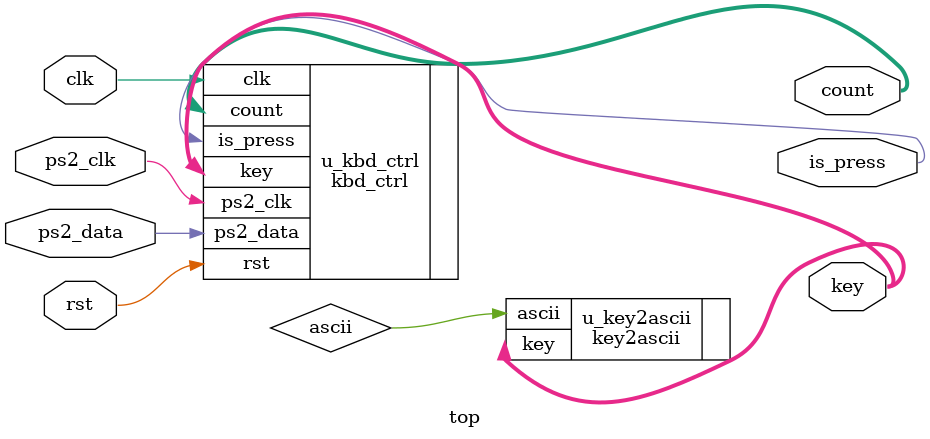
<source format=v>
`timescale 1ns / 1ps
module top(
        input clk,
        input rst,
        input ps2_clk,
        input ps2_data,
        output is_press,
        output [7:0] count,
        output [7:0] key
    );

    kbd_ctrl u_kbd_ctrl(
                 .clk        	( clk         ),
                 .rst       	( rst         ),
                 .ps2_clk    	( ps2_clk     ),
                 .ps2_data   	( ps2_data    ),
                 .is_press 	    ( is_press    ),
                 .count         ( count       ),
                 .key           ( key         )
             );

    key2ascii u_key2ascii(
                  .key   	( key    ),
                  .ascii 	( ascii  )
              );


    hex7seg u_hex7seg(
                .b 	( b  ),
                .h 	( h  )
            );


endmodule

</source>
